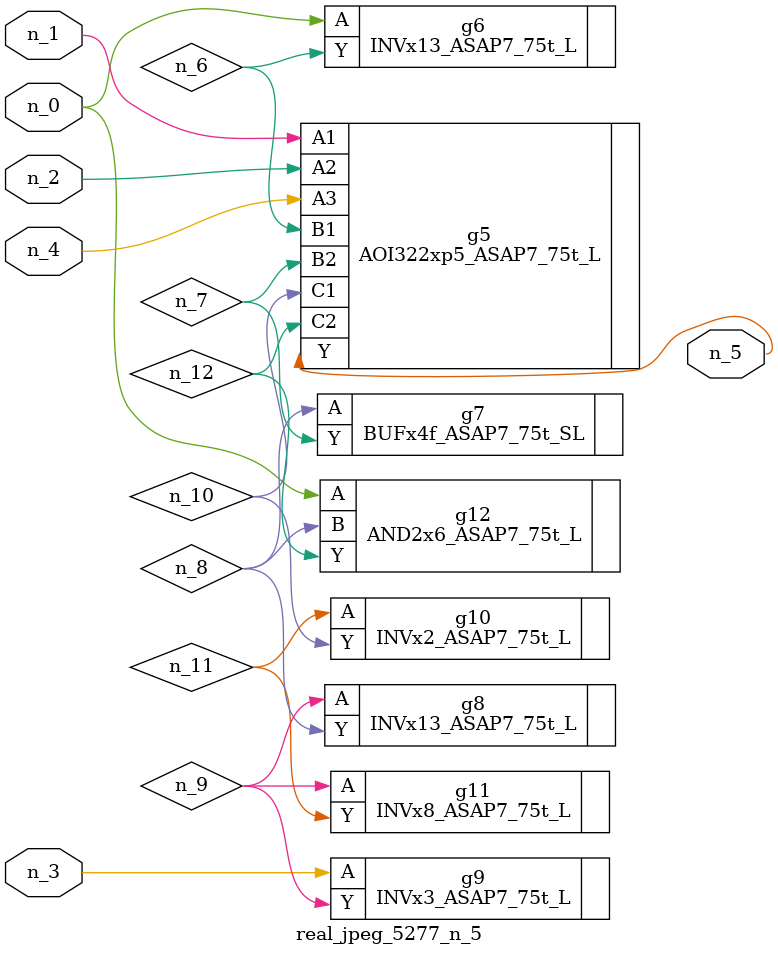
<source format=v>
module real_jpeg_5277_n_5 (n_4, n_0, n_1, n_2, n_3, n_5);

input n_4;
input n_0;
input n_1;
input n_2;
input n_3;

output n_5;

wire n_12;
wire n_8;
wire n_11;
wire n_6;
wire n_7;
wire n_10;
wire n_9;

INVx13_ASAP7_75t_L g6 ( 
.A(n_0),
.Y(n_6)
);

AND2x6_ASAP7_75t_L g12 ( 
.A(n_0),
.B(n_8),
.Y(n_12)
);

AOI322xp5_ASAP7_75t_L g5 ( 
.A1(n_1),
.A2(n_2),
.A3(n_4),
.B1(n_6),
.B2(n_7),
.C1(n_10),
.C2(n_12),
.Y(n_5)
);

INVx3_ASAP7_75t_L g9 ( 
.A(n_3),
.Y(n_9)
);

BUFx4f_ASAP7_75t_SL g7 ( 
.A(n_8),
.Y(n_7)
);

INVx13_ASAP7_75t_L g8 ( 
.A(n_9),
.Y(n_8)
);

INVx8_ASAP7_75t_L g11 ( 
.A(n_9),
.Y(n_11)
);

INVx2_ASAP7_75t_L g10 ( 
.A(n_11),
.Y(n_10)
);


endmodule
</source>
